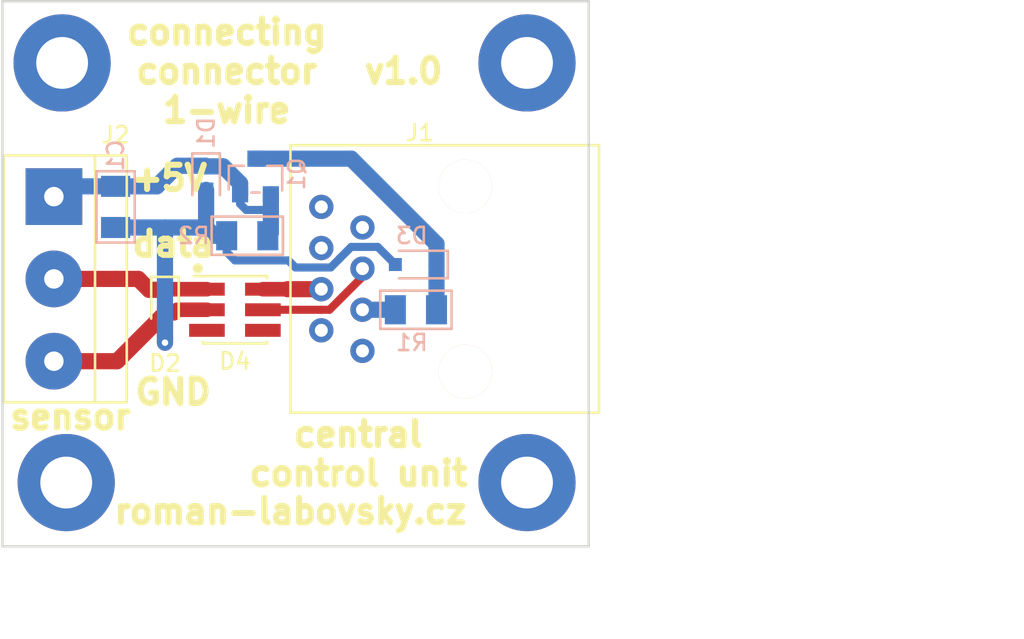
<source format=kicad_pcb>
(kicad_pcb (version 20221018) (generator pcbnew)
  (title_block (title "Connection connector 1-Wire bus") (date "2023-05-26") (rev "v1.0") (company "Roman Labovsky (roman-labovsky.cz)"))
  (layers (0 "F.Cu" signal) (31 "B.Cu" signal) (34 "B.Paste" user) (35 "F.Paste" user) (36 "B.SilkS" user "B.Silkscreen") (37 "F.SilkS" user "F.Silkscreen") (38 "B.Mask" user) (39 "F.Mask" user) (44 "Edge.Cuts" user))
  (net 0 "")
  (net 1 "GND")
  (net 2 "Net-(D2-K)")
  (net 3 "Net-(D3-A1)")
  (net 6 "Net-(D4-A-Pad5)")
  (net 9 "/data")
  (net 11 "/1WIRE_5V_OUT")
  (net 14 "/1WIRE_5V")
  (footprint "package_sod_rl:sod_523" (layer "F.Cu") (at 134.284 86.151 -90)
    (fp_text reference "D2" (at 3.81 0 180) (layer "F.SilkS") (effects (font (thickness 0.16))))
    (fp_text value "UCLAMP0501H.TCT")
    (fp_line (start -1.524 -0.85) (end -1.524 0.85) (stroke (width 0.16)) (layer "F.SilkS"))
    (fp_line (start -1.524 -0.85) (end 1.05 -0.85) (stroke (width 0.16)) (layer "F.SilkS"))
    (fp_line (start -1.524 0.85) (end 1.05 0.85) (stroke (width 0.16)) (layer "F.SilkS"))
    (pad "1" smd rect (at -0.725 0 270) (size 0.9 0.9) (layers "F.Cu" "F.Paste" "F.Mask") (net 2 "Net-(D2-K)"))
    (pad "2" smd rect (at 0.725 0 270) (size 0.9 0.9) (layers "F.Cu" "F.Paste" "F.Mask") (net 1 "GND"))
  )
  (footprint "connector_rl:rj45_54601-908WPLF" (layer "F.Cu") (at 152.826 84.754 90)
    (fp_text reference "J1" (at 9.017 -2.794) (layer "F.SilkS") (effects (font (thickness 0.16))))
    (fp_text value "54601-908WPLF")
    (fp_line (start -8.255 -10.795) (end -8.255 8.255) (stroke (width 0.16)) (layer "F.SilkS"))
    (fp_line (start -8.255 8.255) (end 8.255 8.255) (stroke (width 0.16)) (layer "F.SilkS"))
    (fp_line (start 8.255 -10.795) (end -8.255 -10.795) (stroke (width 0.16)) (layer "F.SilkS"))
    (fp_line (start 8.255 8.255) (end 8.255 -10.795) (stroke (width 0.16)) (layer "F.SilkS"))
    (pad "" np_thru_hole circle (at -5.716 0 90) (size 3.3 3.3) (drill 3.3) (layers "*.Cu" "*.SilkS" "*.Mask"))
    (pad "" np_thru_hole circle (at 5.716 0 90) (size 3.3 3.3) (drill 3.3) (layers "*.Cu" "*.SilkS" "*.Mask"))
    (pad "1" thru_hole circle (at -4.444 -6.35 90) (size 1.5 1.5) (drill 0.8) (layers "*.Cu" "*.Mask"))
    (pad "2" thru_hole circle (at -3.174 -8.89 90) (size 1.5 1.5) (drill 0.8) (layers "*.Cu" "*.Mask"))
    (pad "3" thru_hole circle (at -1.904 -6.35 90) (size 1.5 1.5) (drill 0.8) (layers "*.Cu" "*.Mask") (net 14 "/1WIRE_5V"))
    (pad "4" thru_hole circle (at -0.634 -8.89 90) (size 1.5 1.5) (drill 0.8) (layers "*.Cu" "*.Mask") (net 9 "/data"))
    (pad "5" thru_hole circle (at 0.636 -6.35 90) (size 1.5 1.5) (drill 0.8) (layers "*.Cu" "*.Mask") (net 6 "Net-(D4-A-Pad5)"))
    (pad "6" thru_hole circle (at 1.906 -8.89 270) (size 1.5 1.5) (drill 0.8) (layers "*.Cu" "*.Mask"))
    (pad "7" thru_hole circle (at 3.176 -6.35 90) (size 1.5 1.5) (drill 0.8) (layers "*.Cu" "*.Mask"))
    (pad "8" thru_hole circle (at 4.446 -8.89 90) (size 1.5 1.5) (drill 0.8) (layers "*.Cu" "*.Mask"))
  )
  (footprint "terminal_block_tht_rl:EBBA-03-C-SS-BU" (layer "F.Cu") (at 127.426 84.754 -90)
    (fp_text reference "J2" (at -8.89 -3.81 180) (layer "F.SilkS") (effects (font (thickness 0.16))))
    (fp_text value "EBBA-03-C-SS-BU")
    (fp_line (start -7.62 -4.5) (end -7.62 3.1) (stroke (width 0.16)) (layer "F.SilkS"))
    (fp_line (start 7.62 -4.5) (end -7.62 -4.5) (stroke (width 0.16)) (layer "F.SilkS"))
    (fp_line (start 7.62 -4.5) (end 7.62 3.1) (stroke (width 0.16)) (layer "F.SilkS"))
    (fp_line (start 7.62 -2.54) (end -7.62 -2.54) (stroke (width 0.16)) (layer "F.SilkS"))
    (fp_line (start 7.62 3.1) (end -7.62 3.1) (stroke (width 0.16)) (layer "F.SilkS"))
    (pad "1" thru_hole rect (at -5.08 0 90) (size 3.5 3.5) (drill 1.2) (layers "*.Cu" "*.Mask") (net 11 "/1WIRE_5V_OUT"))
    (pad "2" thru_hole circle (at 0 0 90) (size 3.5 3.5) (drill 1.2) (layers "*.Cu" "*.Mask") (net 2 "Net-(D2-K)"))
    (pad "3" thru_hole circle (at 5.08 0 90) (size 3.5 3.5) (drill 1.2) (layers "*.Cu" "*.Mask") (net 1 "GND"))
  )
  (footprint "package_tsoc_rl:tsoc_6" (layer "F.Cu") (at 138.602 86.659)
    (fp_text reference "D4" (at 0 3.175) (layer "F.SilkS") (effects (font (thickness 0.16))))
    (fp_text value "DS9503")
    (fp_line (start -2.54 -2.08) (end 1.99 -2.08) (stroke (width 0.16)) (layer "F.SilkS"))
    (fp_line (start -1.99 1.9685) (end -1.99 2.08) (stroke (width 0.16)) (layer "F.SilkS"))
    (fp_line (start -1.99 2.08) (end 1.99 2.08) (stroke (width 0.16)) (layer "F.SilkS"))
    (fp_line (start 1.99 -2.08) (end 1.99 -1.9685) (stroke (width 0.16)) (layer "F.SilkS"))
    (fp_line (start 1.99 1.9685) (end 1.99 2.08) (stroke (width 0.16)) (layer "F.SilkS"))
    (fp_circle (center -2.286 -2.55499) (end -2.54 -2.55499) (stroke (width 0.12)) (fill none) (layer "F.SilkS"))
    (fp_circle (center -2.286 -2.55499) (end -2.286 -2.49149) (stroke (width 0.12)) (fill none) (layer "F.SilkS"))
    (fp_circle (center -2.286 -2.55499) (end -2.2225 -2.42799) (stroke (width 0.12)) (fill none) (layer "F.SilkS"))
    (pad "1" smd rect (at -1.7272 -1.27) (size 2.2 0.8) (layers "F.Cu" "F.Paste" "F.Mask") (net 2 "Net-(D2-K)"))
    (pad "2" smd rect (at -1.7272 0) (size 2.2 0.8) (layers "F.Cu" "F.Paste" "F.Mask") (net 1 "GND"))
    (pad "3" smd rect (at -1.7272 1.27) (size 2.2 0.8) (layers "F.Cu" "F.Paste" "F.Mask"))
    (pad "4" smd rect (at 1.7272 1.27) (size 2.2 0.8) (layers "F.Cu" "F.Paste" "F.Mask"))
    (pad "5" smd rect (at 1.7272 0) (size 2.2 0.8) (layers "F.Cu" "F.Paste" "F.Mask") (net 6 "Net-(D4-A-Pad5)"))
    (pad "6" smd rect (at 1.7272 -1.27) (size 2.2 0.8) (layers "F.Cu" "F.Paste" "F.Mask") (net 9 "/data"))
  )
  (footprint "mounting_hole_pad_rl:mounting_hole_pad_3.2x6mm" (layer "F.Cu") (at 127.934 71.419)
    (fp_text reference "H1" hide)
    (fp_text value "mounting_hole_pad_3.2x6mm" hide)
    (pad "1" thru_hole circle (at 0 0) (size 6 6) (drill 3.2) (layers "*.Cu" "*.Mask"))
  )
  (footprint "mounting_hole_pad_rl:mounting_hole_pad_3.2x6mm" (layer "F.Cu") (at 156.636 97.327)
    (fp_text reference "H4" hide)
    (fp_text value "mounting_hole_pad_3.2x6mm" hide)
    (pad "1" thru_hole circle (at 0 0) (size 6 6) (drill 3.2) (layers "*.Cu" "*.Mask"))
  )
  (footprint "mounting_hole_pad_rl:mounting_hole_pad_3.2x6mm" (layer "F.Cu") (at 128.188 97.327)
    (fp_text reference "H3" hide)
    (fp_text value "mounting_hole_pad_3.2x6mm" hide)
    (pad "1" thru_hole circle (at 0 0) (size 6 6) (drill 3.2) (layers "*.Cu" "*.Mask"))
  )
  (footprint "mounting_hole_pad_rl:mounting_hole_pad_3.2x6mm" (layer "F.Cu") (at 156.636 71.419)
    (fp_text reference "H2" hide)
    (fp_text value "mounting_hole_pad_3.2x6mm" hide)
    (pad "1" thru_hole circle (at 0 0) (size 6 6) (drill 3.2) (layers "*.Cu" "*.Mask"))
  )
  (footprint "package_sod_rl:sod_523" (layer "B.Cu") (at 136.824 78.531 -90)
    (fp_text reference "D1" (at -2.794 0 270) (layer "B.SilkS") (effects (font (thickness 0.16)) (justify mirror)))
    (fp_text value "UCLAMP0501H.TCT")
    (fp_line (start -1.524 -0.85) (end 1.05 -0.85) (stroke (width 0.16)) (layer "B.SilkS"))
    (fp_line (start -1.524 0.85) (end -1.524 -0.85) (stroke (width 0.16)) (layer "B.SilkS"))
    (fp_line (start -1.524 0.85) (end 1.05 0.85) (stroke (width 0.16)) (layer "B.SilkS"))
    (pad "1" smd rect (at -0.725 0 270) (size 0.9 0.9) (layers "B.Cu" "B.Paste" "B.Mask") (net 11 "/1WIRE_5V_OUT"))
    (pad "2" smd rect (at 0.725 0 270) (size 0.9 0.9) (layers "B.Cu" "B.Paste" "B.Mask") (net 1 "GND"))
  )
  (footprint "capacitor_smd_rl:c_1206" (layer "B.Cu") (at 131.236 80.309 -90)
    (fp_text reference "C1" (at -3.175 0 270) (layer "B.SilkS") (effects (font (thickness 0.16)) (justify mirror)))
    (fp_text value "10uF")
    (fp_line (start -2.2 -1.18) (end -2.2 1.18) (stroke (width 0.16)) (layer "B.SilkS"))
    (fp_line (start -2.2 1.18) (end 2.2 1.18) (stroke (width 0.16)) (layer "B.SilkS"))
    (fp_line (start 2.2 -1.18) (end -2.2 -1.18) (stroke (width 0.16)) (layer "B.SilkS"))
    (fp_line (start 2.2 1.18) (end 2.2 -1.18) (stroke (width 0.16)) (layer "B.SilkS"))
    (pad "1" smd trapezoid (at -1.27 0 270) (size 1.3 1.8) (layers "B.Cu" "B.Paste" "B.Mask") (net 11 "/1WIRE_5V_OUT"))
    (pad "2" smd trapezoid (at 1.27 0 270) (size 1.3 1.8) (layers "B.Cu" "B.Paste" "B.Mask") (net 1 "GND"))
  )
  (footprint "package_sod_rl:sod_323" (layer "B.Cu") (at 149.778 83.865 180)
    (fp_text reference "D3" (at 0.254 1.778) (layer "B.SilkS") (effects (font (thickness 0.16)) (justify mirror)))
    (fp_text value "ESD3B5V0WS")
    (fp_line (start -1.9685 -0.85) (end 1.05 -0.85) (stroke (width 0.16)) (layer "B.SilkS"))
    (fp_line (start -1.9685 0.85) (end -1.9685 -0.85) (stroke (width 0.16)) (layer "B.SilkS"))
    (fp_line (start -1.9685 0.85) (end 1.05 0.85) (stroke (width 0.16)) (layer "B.SilkS"))
    (pad "1" smd rect (at -1.27 0 180) (size 0.8 0.8) (layers "B.Cu" "B.Paste" "B.Mask") (net 3 "Net-(D3-A1)"))
    (pad "2" smd rect (at 1.27 0 180) (size 0.8 0.8) (layers "B.Cu" "B.Paste" "B.Mask") (net 1 "GND"))
  )
  (footprint "package_sot_rl:sot_23" (layer "B.Cu") (at 139.872 78.531 90)
    (fp_text reference "Q1" (at 0.254 2.54 270) (layer "B.SilkS") (effects (font (thickness 0.16)) (justify mirror)))
    (fp_text value "YJL3415A")
    (fp_line (start -0.889 0.254) (end -0.889 -0.254) (stroke (width 0.16)) (layer "B.SilkS"))
    (fp_line (start 0.76 -1.651) (end -0.7 -1.651) (stroke (width 0.16)) (layer "B.SilkS"))
    (fp_line (start 0.76 -1.651) (end 0.76 -0.721) (stroke (width 0.16)) (layer "B.SilkS"))
    (fp_line (start 0.76 1.651) (end -0.762 1.651) (stroke (width 0.16)) (layer "B.SilkS"))
    (fp_line (start 0.76 1.651) (end 0.76 0.721) (stroke (width 0.16)) (layer "B.SilkS"))
    (pad "1" smd rect (at -1 0.95 90) (size 1 1) (layers "B.Cu" "B.Paste" "B.Mask") (net 11 "/1WIRE_5V_OUT"))
    (pad "2" smd rect (at -1 -0.95 90) (size 1 1) (layers "B.Cu" "B.Paste" "B.Mask") (net 11 "/1WIRE_5V_OUT"))
    (pad "3" smd rect (at 1.2 0 90) (size 1 1) (layers "B.Cu" "B.Paste" "B.Mask") (net 3 "Net-(D3-A1)"))
  )
  (footprint "resistor_smd_rl:r_1206" (layer "B.Cu") (at 149.778 86.659)
    (fp_text reference "R1" (at -0.254 2.032 180) (layer "B.SilkS") (effects (font (thickness 0.16)) (justify mirror)))
    (fp_text value "10R/0.5W")
    (fp_line (start -2.2 -1.18) (end -2.2 1.18) (stroke (width 0.16)) (layer "B.SilkS"))
    (fp_line (start -2.2 1.18) (end 2.2 1.18) (stroke (width 0.16)) (layer "B.SilkS"))
    (fp_line (start 2.2 -1.18) (end -2.2 -1.18) (stroke (width 0.16)) (layer "B.SilkS"))
    (fp_line (start 2.2 1.18) (end 2.2 -1.18) (stroke (width 0.16)) (layer "B.SilkS"))
    (pad "1" smd trapezoid (at -1.27 0) (size 1.3 1.8) (layers "B.Cu" "B.Paste" "B.Mask") (net 14 "/1WIRE_5V"))
    (pad "2" smd trapezoid (at 1.27 0) (size 1.3 1.8) (layers "B.Cu" "B.Paste" "B.Mask") (net 3 "Net-(D3-A1)"))
  )
  (footprint "resistor_smd_rl:r_1206" (layer "B.Cu") (at 139.364 82.087)
    (fp_text reference "R2" (at -3.302 0) (layer "B.SilkS") (effects (font (thickness 0.16)) (justify mirror)))
    (fp_text value "100k")
    (fp_line (start -2.2 -1.18) (end -2.2 1.18) (stroke (width 0.16)) (layer "B.SilkS"))
    (fp_line (start -2.2 1.18) (end 2.2 1.18) (stroke (width 0.16)) (layer "B.SilkS"))
    (fp_line (start 2.2 -1.18) (end -2.2 -1.18) (stroke (width 0.16)) (layer "B.SilkS"))
    (fp_line (start 2.2 1.18) (end 2.2 -1.18) (stroke (width 0.16)) (layer "B.SilkS"))
    (pad "1" smd trapezoid (at -1.27 0) (size 1.3 1.8) (layers "B.Cu" "B.Paste" "B.Mask") (net 1 "GND"))
    (pad "2" smd trapezoid (at 1.27 0) (size 1.3 1.8) (layers "B.Cu" "B.Paste" "B.Mask") (net 11 "/1WIRE_5V_OUT"))
  )
  (gr_line (start 124.251 101.264) (end 124.251 67.609) (stroke (width 0.15)) (layer "Edge.Cuts"))
  (gr_line (start 160.446 67.609) (end 160.446 101.264) (stroke (width 0.15)) (layer "Edge.Cuts"))
  (gr_line (start 124.251 67.609) (end 160.446 67.609) (stroke (width 0.15)) (layer "Edge.Cuts"))
  (gr_line (start 160.446 101.264) (end 124.251 101.264) (stroke (width 0.15)) (layer "Edge.Cuts"))
  (gr_text "sensor" (at 128.442 93.263) (layer "F.SilkS") (effects (font (size 1.5 1.5) (thickness 0.375))))
  (gr_text "GND" (at 134.792 91.739) (layer "F.SilkS") (effects (font (size 1.5 1.5) (thickness 0.375))))
  (gr_text "+5V" (at 134.538 78.531) (layer "F.SilkS") (effects (font (size 1.5 1.5) (thickness 0.375))))
  (gr_text "data" (at 134.792 82.595) (layer "F.SilkS") (effects (font (size 1.5 1.5) (thickness 0.375))))
  (gr_text "central\ncontrol unit" (at 146.222 95.549) (layer "F.SilkS") (effects (font (size 1.5 1.5) (thickness 0.375))))
  (gr_text "v1.0" (at 149.016 71.927) (layer "F.SilkS") (effects (font (size 1.5 1.5) (thickness 0.375))))
  (gr_text "roman-labovsky.cz" (at 142.031 99.105) (layer "F.SilkS") (effects (font (size 1.5 1.5) (thickness 0.375))))
  (gr_text "connecting\nconnector\n1-wire" (at 138.094 71.927) (layer "F.SilkS") (effects (font (size 1.5 1.5) (thickness 0.375))))
  (segment (start 134.284 86.876) (end 134.829 86.876) (width 0.9) (layer "F.Cu") (net 1))
  (segment (start 127.426 89.834) (end 131.326 89.834) (width 1) (layer "F.Cu") (net 1))
  (segment (start 134.284 88.691) (end 134.284 87.421) (width 1) (layer "F.Cu") (net 1))
  (segment (start 134.284 87.421) (end 134.0115 87.1485) (width 1) (layer "F.Cu") (net 1))
  (segment (start 136.8748 86.659) (end 135.046 86.659) (width 0.9) (layer "F.Cu") (net 1))
  (segment (start 135.046 86.659) (end 134.829 86.876) (width 0.9) (layer "F.Cu") (net 1))
  (segment (start 131.326 89.834) (end 134.0115 87.1485) (width 1) (layer "F.Cu") (net 1))
  (segment (start 137.0388 86.569) (end 137.1288 86.659) (width 0.5) (layer "F.Cu") (net 1))
  (segment (start 134.0115 87.1485) (end 134.284 86.876) (width 1) (layer "F.Cu") (net 1))
  (segment (start 127.426 90.469) (end 126.791 89.834) (width 0.5) (layer "F.Cu") (net 1))
  (via (at 134.284 88.691) (size 0.8) (drill 0.4) (layers "F.Cu" "B.Cu") (net 1))
  (segment (start 131.236 81.579) (end 134.284 81.579) (width 1) (layer "B.Cu") (net 1))
  (segment (start 142.341001 84.048001) (end 144.514999 84.048001) (width 0.5) (layer "B.Cu") (net 1))
  (segment (start 136.824 81.579) (end 136.824 79.256) (width 1) (layer "B.Cu") (net 1))
  (segment (start 147.421001 82.778001) (end 148.508 83.865) (width 0.5) (layer "B.Cu") (net 1))
  (segment (start 138.602 83.611) (end 141.904 83.611) (width 0.5) (layer "B.Cu") (net 1))
  (segment (start 127.426 90.469) (end 126.791 89.834) (width 0.5) (layer "B.Cu") (net 1))
  (segment (start 137.332 82.087) (end 136.824 81.579) (width 1) (layer "B.Cu") (net 1))
  (segment (start 141.904 83.611) (end 142.341001 84.048001) (width 0.5) (layer "B.Cu") (net 1))
  (segment (start 145.077501 83.485499) (end 144.514999 84.048001) (width 0.5) (layer "B.Cu") (net 1))
  (segment (start 134.284 81.579) (end 134.284 88.691) (width 1) (layer "B.Cu") (net 1))
  (segment (start 145.077501 83.482501) (end 145.077501 83.485499) (width 0.5) (layer "B.Cu") (net 1))
  (segment (start 145.077501 83.482501) (end 145.782001 82.778001) (width 0.5) (layer "B.Cu") (net 1))
  (segment (start 134.284 81.579) (end 136.824 81.579) (width 1) (layer "B.Cu") (net 1))
  (segment (start 138.094 82.087) (end 138.094 83.103) (width 0.5) (layer "B.Cu") (net 1))
  (segment (start 138.094 82.087) (end 137.332 82.087) (width 1) (layer "B.Cu") (net 1))
  (segment (start 145.782001 82.778001) (end 147.421001 82.778001) (width 0.5) (layer "B.Cu") (net 1))
  (segment (start 138.094 83.103) (end 138.602 83.611) (width 0.5) (layer "B.Cu") (net 1))
  (segment (start 133.305 85.426) (end 132.633 84.754) (width 1) (layer "F.Cu") (net 2))
  (segment (start 136.8748 85.389) (end 134.321 85.389) (width 0.9) (layer "F.Cu") (net 2))
  (segment (start 134.284 85.426) (end 133.305 85.426) (width 1) (layer "F.Cu") (net 2))
  (segment (start 134.321 85.389) (end 134.284 85.426) (width 0.9) (layer "F.Cu") (net 2))
  (segment (start 127.426 84.754) (end 131.236 84.754) (width 1) (layer "F.Cu") (net 2))
  (segment (start 132.633 84.754) (end 131.236 84.754) (width 1) (layer "F.Cu") (net 2))
  (segment (start 145.784 77.331) (end 139.872 77.331) (width 1) (layer "B.Cu") (net 3))
  (segment (start 151.048 86.659) (end 151.048 83.865) (width 1) (layer "B.Cu") (net 3))
  (segment (start 151.048 83.865) (end 151.048 82.595) (width 1) (layer "B.Cu") (net 3))
  (segment (start 151.048 82.595) (end 145.784 77.331) (width 1) (layer "B.Cu") (net 3))
  (segment (start 143.936 86.659) (end 144.441002 86.659) (width 0.5) (layer "F.Cu") (net 6))
  (segment (start 144.441002 86.659) (end 146.476 84.624002) (width 0.5) (layer "F.Cu") (net 6))
  (segment (start 146.476 84.624002) (end 146.476 84.118) (width 0.5) (layer "F.Cu") (net 6))
  (segment (start 140.5832 86.659) (end 141.396 86.659) (width 0.5) (layer "F.Cu") (net 6))
  (segment (start 140.3292 86.659) (end 143.936 86.659) (width 0.5) (layer "F.Cu") (net 6))
  (segment (start 143.936 85.388) (end 141.8542 85.388) (width 1) (layer "F.Cu") (net 9))
  (segment (start 140.3292 85.389) (end 141.8532 85.389) (width 0.9) (layer "F.Cu") (net 9))
  (segment (start 141.8532 85.389) (end 141.8542 85.388) (width 0.9) (layer "F.Cu") (net 9))
  (segment (start 140.822 81.899) (end 140.634 82.087) (width 1) (layer "B.Cu") (net 11))
  (segment (start 131.236 79.039) (end 133.776 79.039) (width 1) (layer "B.Cu") (net 11))
  (segment (start 139.298 80.497) (end 138.922 80.121) (width 0.5) (layer "B.Cu") (net 11))
  (segment (start 136.787 77.769) (end 136.824 77.806) (width 1) (layer "B.Cu") (net 11))
  (segment (start 133.776 79.039) (end 135.046 77.769) (width 1) (layer "B.Cu") (net 11))
  (segment (start 128.061 79.039) (end 127.426 79.674) (width 1) (layer "B.Cu") (net 11))
  (segment (start 136.824 77.806) (end 137.877 77.806) (width 1) (layer "B.Cu") (net 11))
  (segment (start 131.236 79.039) (end 128.061 79.039) (width 1) (layer "B.Cu") (net 11))
  (segment (start 138.922 78.851) (end 138.922 79.531) (width 1) (layer "B.Cu") (net 11))
  (segment (start 138.922 80.121) (end 138.922 79.531) (width 0.5) (layer "B.Cu") (net 11))
  (segment (start 140.822 80.497) (end 140.822 81.899) (width 1) (layer "B.Cu") (net 11))
  (segment (start 140.822 79.531) (end 140.822 80.497) (width 1) (layer "B.Cu") (net 11))
  (segment (start 140.822 80.497) (end 139.298 80.497) (width 0.5) (layer "B.Cu") (net 11))
  (segment (start 135.046 77.769) (end 136.787 77.769) (width 1) (layer "B.Cu") (net 11))
  (segment (start 137.877 77.806) (end 138.922 78.851) (width 1) (layer "B.Cu") (net 11))
  (segment (start 148.507 86.658) (end 148.508 86.659) (width 1) (layer "B.Cu") (net 14))
  (segment (start 146.476 86.658) (end 148.507 86.658) (width 1) (layer "B.Cu") (net 14))
)
</source>
